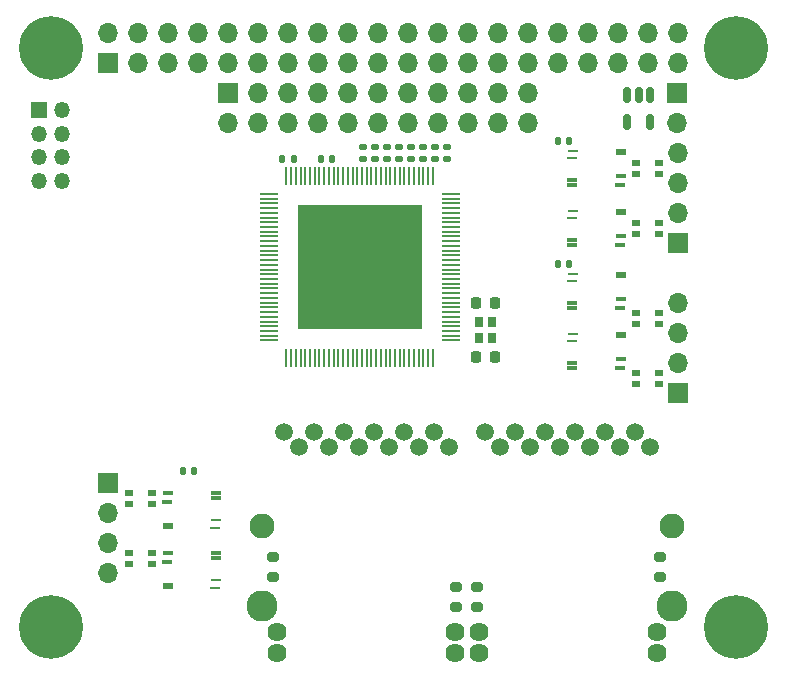
<source format=gbs>
%TF.GenerationSoftware,KiCad,Pcbnew,(6.0.2-0)*%
%TF.CreationDate,2022-10-21T16:11:50-05:00*%
%TF.ProjectId,little_switch,6c697474-6c65-45f7-9377-697463682e6b,1*%
%TF.SameCoordinates,PX4221330PY3d0af40*%
%TF.FileFunction,Soldermask,Bot*%
%TF.FilePolarity,Negative*%
%FSLAX46Y46*%
G04 Gerber Fmt 4.6, Leading zero omitted, Abs format (unit mm)*
G04 Created by KiCad (PCBNEW (6.0.2-0)) date 2022-10-21 16:11:50*
%MOMM*%
%LPD*%
G01*
G04 APERTURE LIST*
G04 Aperture macros list*
%AMRoundRect*
0 Rectangle with rounded corners*
0 $1 Rounding radius*
0 $2 $3 $4 $5 $6 $7 $8 $9 X,Y pos of 4 corners*
0 Add a 4 corners polygon primitive as box body*
4,1,4,$2,$3,$4,$5,$6,$7,$8,$9,$2,$3,0*
0 Add four circle primitives for the rounded corners*
1,1,$1+$1,$2,$3*
1,1,$1+$1,$4,$5*
1,1,$1+$1,$6,$7*
1,1,$1+$1,$8,$9*
0 Add four rect primitives between the rounded corners*
20,1,$1+$1,$2,$3,$4,$5,0*
20,1,$1+$1,$4,$5,$6,$7,0*
20,1,$1+$1,$6,$7,$8,$9,0*
20,1,$1+$1,$8,$9,$2,$3,0*%
G04 Aperture macros list end*
%ADD10R,0.800000X0.900000*%
%ADD11R,1.700000X1.700000*%
%ADD12O,1.700000X1.700000*%
%ADD13R,1.350000X1.350000*%
%ADD14O,1.350000X1.350000*%
%ADD15C,5.400000*%
%ADD16C,2.630000*%
%ADD17C,2.120000*%
%ADD18C,1.620000*%
%ADD19C,1.510000*%
%ADD20R,0.675000X0.475000*%
%ADD21R,0.960000X0.270000*%
%ADD22R,0.850000X0.280000*%
%ADD23R,0.900000X0.385000*%
%ADD24R,0.950000X0.500000*%
%ADD25R,0.850000X0.340000*%
%ADD26R,0.970000X0.330000*%
%ADD27RoundRect,0.140000X0.140000X0.170000X-0.140000X0.170000X-0.140000X-0.170000X0.140000X-0.170000X0*%
%ADD28RoundRect,0.135000X-0.185000X0.135000X-0.185000X-0.135000X0.185000X-0.135000X0.185000X0.135000X0*%
%ADD29RoundRect,0.135000X-0.135000X-0.185000X0.135000X-0.185000X0.135000X0.185000X-0.135000X0.185000X0*%
%ADD30RoundRect,0.200000X0.275000X-0.200000X0.275000X0.200000X-0.275000X0.200000X-0.275000X-0.200000X0*%
%ADD31R,0.200000X1.540000*%
%ADD32R,1.540000X0.200000*%
%ADD33R,10.500000X10.500000*%
%ADD34RoundRect,0.140000X-0.140000X-0.170000X0.140000X-0.170000X0.140000X0.170000X-0.140000X0.170000X0*%
%ADD35RoundRect,0.225000X0.225000X0.250000X-0.225000X0.250000X-0.225000X-0.250000X0.225000X-0.250000X0*%
%ADD36RoundRect,0.225000X-0.225000X-0.250000X0.225000X-0.250000X0.225000X0.250000X-0.225000X0.250000X0*%
%ADD37RoundRect,0.150000X-0.150000X0.512500X-0.150000X-0.512500X0.150000X-0.512500X0.150000X0.512500X0*%
G04 APERTURE END LIST*
D10*
%TO.C,Y1*%
X36280000Y-24576000D03*
X36280000Y-23176000D03*
X37380000Y-23176000D03*
X37380000Y-24576000D03*
%TD*%
D11*
%TO.C,J5*%
X53129993Y-16510000D03*
D12*
X53129993Y-13970000D03*
X53129993Y-11430000D03*
X53129993Y-8890000D03*
%TD*%
%TO.C,J6*%
X53129993Y-21590000D03*
X53129993Y-24130000D03*
X53129993Y-26670000D03*
D11*
X53129993Y-29210000D03*
%TD*%
D12*
%TO.C,J4*%
X4869993Y-44450000D03*
X4869993Y-41910000D03*
X4869993Y-39370000D03*
D11*
X4869993Y-36830000D03*
%TD*%
D13*
%TO.C,J2*%
X-999998Y-5250002D03*
D14*
X1000002Y-5250002D03*
X-999998Y-7250002D03*
X1000002Y-7250002D03*
X-999998Y-9250002D03*
X1000002Y-9250002D03*
X-999998Y-11250002D03*
X1000002Y-11250002D03*
%TD*%
D11*
%TO.C,J7*%
X15029993Y-3810000D03*
D12*
X15029993Y-6350000D03*
X17569993Y-3810000D03*
X17569993Y-6350000D03*
X20109993Y-3810000D03*
X20109993Y-6350000D03*
X22649993Y-3810000D03*
X22649993Y-6350000D03*
X25189993Y-3810000D03*
X25189993Y-6350000D03*
X27729993Y-3810000D03*
X27729993Y-6350000D03*
X30269993Y-3810000D03*
X30269993Y-6350000D03*
X32809993Y-3810000D03*
X32809993Y-6350000D03*
X35349993Y-3810000D03*
X35349993Y-6350000D03*
X37889993Y-3810000D03*
X37889993Y-6350000D03*
X40429993Y-3810000D03*
X40429993Y-6350000D03*
%TD*%
D11*
%TO.C,J1*%
X4870000Y-1270000D03*
D12*
X4870000Y1270000D03*
X7410000Y-1270000D03*
X7410000Y1270000D03*
X9950000Y-1270000D03*
X9950000Y1270000D03*
X12490000Y-1270000D03*
X12490000Y1270000D03*
X15030000Y-1270000D03*
X15030000Y1270000D03*
X17570000Y-1270000D03*
X17570000Y1270000D03*
X20110000Y-1270000D03*
X20110000Y1270000D03*
X22650000Y-1270000D03*
X22650000Y1270000D03*
X25190000Y-1270000D03*
X25190000Y1270000D03*
X27730000Y-1270000D03*
X27730000Y1270000D03*
X30270000Y-1270000D03*
X30270000Y1270000D03*
X32810000Y-1270000D03*
X32810000Y1270000D03*
X35350000Y-1270000D03*
X35350000Y1270000D03*
X37890000Y-1270000D03*
X37890000Y1270000D03*
X40430000Y-1270000D03*
X40430000Y1270000D03*
X42970000Y-1270000D03*
X42970000Y1270000D03*
X45510000Y-1270000D03*
X45510000Y1270000D03*
X48050000Y-1270000D03*
X48050000Y1270000D03*
X50590000Y-1270000D03*
X50590000Y1270000D03*
X53130000Y-1270000D03*
X53130000Y1270000D03*
%TD*%
D15*
%TO.C,H1*%
X0Y0D03*
%TD*%
%TO.C,H2*%
X58000000Y0D03*
%TD*%
D16*
%TO.C,J3*%
X52575000Y-47220000D03*
X17925000Y-47220000D03*
D17*
X52575000Y-40460000D03*
X17925000Y-40460000D03*
D18*
X36265000Y-49450000D03*
X19195000Y-49450000D03*
X36265000Y-51230000D03*
X19195000Y-51230000D03*
X51305000Y-49450000D03*
X34235000Y-49450000D03*
X51305000Y-51230000D03*
X34235000Y-51230000D03*
D19*
X50770000Y-33750000D03*
X33700000Y-33750000D03*
X49500000Y-32480000D03*
X32430000Y-32480000D03*
X48230000Y-33750000D03*
X31160000Y-33750000D03*
X46960000Y-32480000D03*
X29890000Y-32480000D03*
X45690000Y-33750000D03*
X28620000Y-33750000D03*
X44420000Y-32480000D03*
X27350000Y-32480000D03*
X43150000Y-33750000D03*
X26080000Y-33750000D03*
X41880000Y-32480000D03*
X24810000Y-32480000D03*
X40610000Y-33750000D03*
X23540000Y-33750000D03*
X39340000Y-32480000D03*
X22270000Y-32480000D03*
X38070000Y-33750000D03*
X21000000Y-33750000D03*
X36800000Y-32480000D03*
X19730000Y-32480000D03*
%TD*%
D15*
%TO.C,H3*%
X0Y-49000000D03*
%TD*%
%TO.C,H4*%
X58000000Y-49000000D03*
%TD*%
D20*
%TO.C,FL1*%
X8582500Y-42717500D03*
X6657500Y-42717500D03*
X6657500Y-43642500D03*
X8582500Y-43642500D03*
%TD*%
D21*
%TO.C,TR5*%
X44208000Y-19094000D03*
D22*
X44153000Y-19739000D03*
D23*
X44178000Y-21611500D03*
X44178000Y-21996500D03*
D24*
X48253000Y-19209000D03*
D25*
X48303000Y-21239000D03*
D26*
X48243000Y-22024000D03*
%TD*%
D27*
%TO.C,C7*%
X12164000Y-35814000D03*
X11204000Y-35814000D03*
%TD*%
D28*
%TO.C,R18*%
X29464000Y-8380000D03*
X29464000Y-9400000D03*
%TD*%
%TO.C,R19*%
X30480000Y-8380000D03*
X30480000Y-9400000D03*
%TD*%
D27*
%TO.C,C47*%
X23848000Y-9398000D03*
X22888000Y-9398000D03*
%TD*%
D20*
%TO.C,FL4*%
X49583500Y-15702500D03*
X51508500Y-15702500D03*
X51508500Y-14777500D03*
X49583500Y-14777500D03*
%TD*%
D21*
%TO.C,TR3*%
X44208000Y-8680000D03*
D22*
X44153000Y-9325000D03*
D23*
X44178000Y-11197500D03*
X44178000Y-11582500D03*
D24*
X48253000Y-8795000D03*
D25*
X48303000Y-10825000D03*
D26*
X48243000Y-11610000D03*
%TD*%
D29*
%TO.C,R23*%
X19556000Y-9398000D03*
X20576000Y-9398000D03*
%TD*%
D30*
%TO.C,R8*%
X34290000Y-47307000D03*
X34290000Y-45657000D03*
%TD*%
D31*
%TO.C,U1*%
X32362000Y-26242000D03*
X31962000Y-26242000D03*
X31562000Y-26242000D03*
X31162000Y-26242000D03*
X30762000Y-26242000D03*
X30362000Y-26242000D03*
X29962000Y-26242000D03*
X29562000Y-26242000D03*
X29162000Y-26242000D03*
X28762000Y-26242000D03*
X28362000Y-26242000D03*
X27962000Y-26242000D03*
X27562000Y-26242000D03*
X27162000Y-26242000D03*
X26762000Y-26242000D03*
X26362000Y-26242000D03*
X25962000Y-26242000D03*
X25562000Y-26242000D03*
X25162000Y-26242000D03*
X24762000Y-26242000D03*
X24362000Y-26242000D03*
X23962000Y-26242000D03*
X23562000Y-26242000D03*
X23162000Y-26242000D03*
X22762000Y-26242000D03*
X22362000Y-26242000D03*
X21962000Y-26242000D03*
X21562000Y-26242000D03*
X21162000Y-26242000D03*
X20762000Y-26242000D03*
X20362000Y-26242000D03*
X19962000Y-26242000D03*
D32*
X18462000Y-24742000D03*
X18462000Y-24342000D03*
X18462000Y-23942000D03*
X18462000Y-23542000D03*
X18462000Y-23142000D03*
X18462000Y-22742000D03*
X18462000Y-22342000D03*
X18462000Y-21942000D03*
X18462000Y-21542000D03*
X18462000Y-21142000D03*
X18462000Y-20742000D03*
X18462000Y-20342000D03*
X18462000Y-19942000D03*
X18462000Y-19542000D03*
X18462000Y-19142000D03*
X18462000Y-18742000D03*
X18462000Y-18342000D03*
X18462000Y-17942000D03*
X18462000Y-17542000D03*
X18462000Y-17142000D03*
X18462000Y-16742000D03*
X18462000Y-16342000D03*
X18462000Y-15942000D03*
X18462000Y-15542000D03*
X18462000Y-15142000D03*
X18462000Y-14742000D03*
X18462000Y-14342000D03*
X18462000Y-13942000D03*
X18462000Y-13542000D03*
X18462000Y-13142000D03*
X18462000Y-12742000D03*
X18462000Y-12342000D03*
D31*
X19962000Y-10842000D03*
X20362000Y-10842000D03*
X20762000Y-10842000D03*
X21162000Y-10842000D03*
X21562000Y-10842000D03*
X21962000Y-10842000D03*
X22362000Y-10842000D03*
X22762000Y-10842000D03*
X23162000Y-10842000D03*
X23562000Y-10842000D03*
X23962000Y-10842000D03*
X24362000Y-10842000D03*
X24762000Y-10842000D03*
X25162000Y-10842000D03*
X25562000Y-10842000D03*
X25962000Y-10842000D03*
X26362000Y-10842000D03*
X26762000Y-10842000D03*
X27162000Y-10842000D03*
X27562000Y-10842000D03*
X27962000Y-10842000D03*
X28362000Y-10842000D03*
X28762000Y-10842000D03*
X29162000Y-10842000D03*
X29562000Y-10842000D03*
X29962000Y-10842000D03*
X30362000Y-10842000D03*
X30762000Y-10842000D03*
X31162000Y-10842000D03*
X31562000Y-10842000D03*
X31962000Y-10842000D03*
X32362000Y-10842000D03*
D32*
X33862000Y-12342000D03*
X33862000Y-12742000D03*
X33862000Y-13142000D03*
X33862000Y-13542000D03*
X33862000Y-13942000D03*
X33862000Y-14342000D03*
X33862000Y-14742000D03*
X33862000Y-15142000D03*
X33862000Y-15542000D03*
X33862000Y-15942000D03*
X33862000Y-16342000D03*
X33862000Y-16742000D03*
X33862000Y-17142000D03*
X33862000Y-17542000D03*
X33862000Y-17942000D03*
X33862000Y-18342000D03*
X33862000Y-18742000D03*
X33862000Y-19142000D03*
X33862000Y-19542000D03*
X33862000Y-19942000D03*
X33862000Y-20342000D03*
X33862000Y-20742000D03*
X33862000Y-21142000D03*
X33862000Y-21542000D03*
X33862000Y-21942000D03*
X33862000Y-22342000D03*
X33862000Y-22742000D03*
X33862000Y-23142000D03*
X33862000Y-23542000D03*
X33862000Y-23942000D03*
X33862000Y-24342000D03*
X33862000Y-24742000D03*
D33*
X26162000Y-18542000D03*
%TD*%
D30*
%TO.C,R7*%
X18796000Y-44767000D03*
X18796000Y-43117000D03*
%TD*%
D28*
%TO.C,R17*%
X28448000Y-8380000D03*
X28448000Y-9400000D03*
%TD*%
D34*
%TO.C,C9*%
X43914000Y-18288000D03*
X42954000Y-18288000D03*
%TD*%
D11*
%TO.C,J8*%
X53061006Y-3829990D03*
D12*
X53061006Y-6369990D03*
%TD*%
D20*
%TO.C,FL2*%
X8582500Y-37637500D03*
X6657500Y-37637500D03*
X6657500Y-38562500D03*
X8582500Y-38562500D03*
%TD*%
D35*
%TO.C,C48*%
X37605000Y-26162000D03*
X36055000Y-26162000D03*
%TD*%
D20*
%TO.C,FL5*%
X49583500Y-23322500D03*
X51508500Y-23322500D03*
X51508500Y-22397500D03*
X49583500Y-22397500D03*
%TD*%
D28*
%TO.C,R16*%
X27432000Y-8380000D03*
X27432000Y-9400000D03*
%TD*%
D21*
%TO.C,TR6*%
X44208000Y-24174000D03*
D22*
X44153000Y-24819000D03*
D23*
X44178000Y-26691500D03*
X44178000Y-27076500D03*
D24*
X48253000Y-24289000D03*
D25*
X48303000Y-26319000D03*
D26*
X48243000Y-27104000D03*
%TD*%
D28*
%TO.C,R20*%
X31496000Y-8380000D03*
X31496000Y-9400000D03*
%TD*%
D21*
%TO.C,TR1*%
X13958000Y-45676000D03*
D22*
X14013000Y-45031000D03*
D23*
X13988000Y-43158500D03*
X13988000Y-42773500D03*
D24*
X9913000Y-45561000D03*
D25*
X9863000Y-43531000D03*
D26*
X9923000Y-42746000D03*
%TD*%
D28*
%TO.C,R15*%
X26416000Y-8380000D03*
X26416000Y-9400000D03*
%TD*%
D34*
%TO.C,C8*%
X42954000Y-7874000D03*
X43914000Y-7874000D03*
%TD*%
D28*
%TO.C,R21*%
X32512000Y-8380000D03*
X32512000Y-9400000D03*
%TD*%
D20*
%TO.C,FL3*%
X49583500Y-10622500D03*
X51508500Y-10622500D03*
X51508500Y-9697500D03*
X49583500Y-9697500D03*
%TD*%
D30*
%TO.C,R6*%
X51562000Y-44767000D03*
X51562000Y-43117000D03*
%TD*%
D28*
%TO.C,R22*%
X33528000Y-8380000D03*
X33528000Y-9400000D03*
%TD*%
D36*
%TO.C,C51*%
X36055000Y-21590000D03*
X37605000Y-21590000D03*
%TD*%
D20*
%TO.C,FL6*%
X49583500Y-27477500D03*
X51508500Y-27477500D03*
X51508500Y-28402500D03*
X49583500Y-28402500D03*
%TD*%
D21*
%TO.C,TR4*%
X44208000Y-13760000D03*
D22*
X44153000Y-14405000D03*
D23*
X44178000Y-16277500D03*
X44178000Y-16662500D03*
D24*
X48253000Y-13875000D03*
D25*
X48303000Y-15905000D03*
D26*
X48243000Y-16690000D03*
%TD*%
D21*
%TO.C,TR2*%
X13958000Y-40596000D03*
D22*
X14013000Y-39951000D03*
D23*
X13988000Y-38078500D03*
X13988000Y-37693500D03*
D24*
X9913000Y-40481000D03*
D25*
X9863000Y-38451000D03*
D26*
X9923000Y-37666000D03*
%TD*%
D37*
%TO.C,U2*%
X48834000Y-3942500D03*
X49784000Y-3942500D03*
X50734000Y-3942500D03*
X50734000Y-6217500D03*
X48834000Y-6217500D03*
%TD*%
D30*
%TO.C,R5*%
X36068000Y-47307000D03*
X36068000Y-45657000D03*
%TD*%
M02*

</source>
